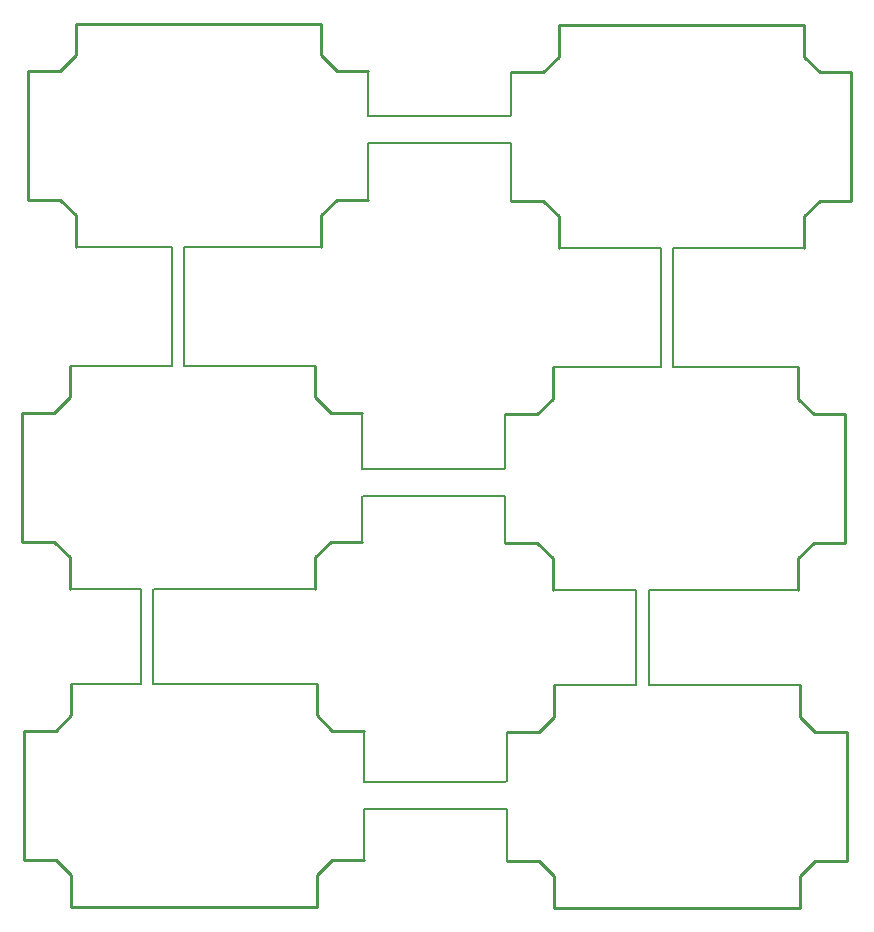
<source format=gko>
G04 Layer_Color=16711935*
%FSTAX24Y24*%
%MOIN*%
G70*
G01*
G75*
%ADD17C,0.0100*%
%ADD40C,0.0079*%
D17*
X022346Y045966D02*
X023409D01*
X02392Y046478D01*
Y047541D01*
X032109Y046478D02*
Y047541D01*
Y046478D02*
X032621Y045966D01*
X033684D01*
X032621Y041675D02*
X033684D01*
X032109Y041163D02*
X032621Y041675D01*
X022346D02*
X023409D01*
X032109Y0401D02*
Y041163D01*
X023409Y041675D02*
X02392Y041163D01*
Y0401D02*
Y041163D01*
X022346Y041675D02*
Y045966D01*
X038446Y045916D02*
X039509D01*
X04002Y046428D01*
Y047491D01*
X048209Y046428D02*
Y047491D01*
Y046428D02*
X048721Y045916D01*
X049784D01*
Y041625D02*
Y045916D01*
X048721Y041625D02*
X049784D01*
X048209Y041113D02*
X048721Y041625D01*
X038446D02*
X039509D01*
X048209Y04005D02*
Y041113D01*
X039509Y041625D02*
X04002Y041113D01*
Y04005D02*
Y041113D01*
X022396Y035366D02*
X023459D01*
X02397Y035878D01*
Y036941D01*
X032159Y035878D02*
Y036941D01*
Y035878D02*
X032671Y035366D01*
X033734D01*
X032671Y031075D02*
X033734D01*
X032159Y030563D02*
X032671Y031075D01*
X022396D02*
X023459D01*
X032159Y0295D02*
Y030563D01*
X023459Y031075D02*
X02397Y030563D01*
Y0295D02*
Y030563D01*
Y0295D02*
X032159D01*
X022396Y031075D02*
Y035366D01*
X038496Y035316D02*
X039559D01*
X04007Y035828D01*
Y036891D01*
X048259Y035828D02*
Y036891D01*
Y035828D02*
X048771Y035316D01*
X049834D01*
Y031025D02*
Y035316D01*
X048771Y031025D02*
X049834D01*
X048259Y030513D02*
X048771Y031025D01*
X038496D02*
X039559D01*
X048259Y02945D02*
Y030513D01*
X039559Y031025D02*
X04007Y030513D01*
Y02945D02*
Y030513D01*
Y02945D02*
X048259D01*
X04022Y05145D02*
Y052513D01*
X039709Y053025D02*
X04022Y052513D01*
X048409Y05145D02*
Y052513D01*
X038646Y053025D02*
X039709D01*
X048409Y052513D02*
X048921Y053025D01*
X049984D01*
Y057316D01*
X048921D02*
X049984D01*
X048409Y057828D02*
X048921Y057316D01*
X048409Y057828D02*
Y058891D01*
X04022D02*
X048409D01*
X04022Y057828D02*
Y058891D01*
X039709Y057316D02*
X04022Y057828D01*
X038646Y057316D02*
X039709D01*
X022546Y053075D02*
Y057366D01*
X02412Y0515D02*
Y052563D01*
X023609Y053075D02*
X02412Y052563D01*
X032309Y0515D02*
Y052563D01*
X022546Y053075D02*
X023609D01*
X032309Y052563D02*
X032821Y053075D01*
X033884D01*
X032821Y057366D02*
X033884D01*
X032309Y057878D02*
X032821Y057366D01*
X032309Y057878D02*
Y058941D01*
X02412D02*
X032309D01*
X02412Y057878D02*
Y058941D01*
X023609Y057366D02*
X02412Y057878D01*
X022546Y057366D02*
X023609D01*
D40*
X03845Y043109D02*
Y0432D01*
X038446Y043104D02*
X03845Y043109D01*
X038446Y041625D02*
Y043104D01*
X038404Y0441D02*
X038446Y044141D01*
Y045916D01*
X033684Y044104D02*
Y045966D01*
Y041675D02*
Y043196D01*
X0267Y036941D02*
X032159D01*
X02397D02*
X0263D01*
X0267Y04005D02*
X02675Y0401D01*
X032109D01*
X02392D02*
X0263D01*
X02775Y047541D02*
X032109D01*
X02392D02*
X02735D01*
X0386Y05585D02*
X038646Y055896D01*
X03845Y03365D02*
X038496Y033696D01*
Y031025D02*
Y03275D01*
Y033696D02*
Y035316D01*
X04325Y036891D02*
X048259D01*
X04007D02*
X0428D01*
X04325Y04005D02*
X048209D01*
X04002D02*
X0428D01*
X04002Y047491D02*
X04365D01*
X04405D02*
X048209D01*
X04405Y05145D02*
X048409D01*
X04022D02*
X04365D01*
X038646Y055896D02*
Y057316D01*
Y053025D02*
Y05495D01*
X033884Y05585D02*
Y057366D01*
Y053075D02*
Y05495D01*
X02775Y0515D02*
X032309D01*
X02412D02*
X02735D01*
X033734Y031075D02*
Y03275D01*
Y03365D02*
Y035366D01*
X04405Y047491D02*
Y05145D01*
X04365Y047491D02*
Y05145D01*
X02735Y047541D02*
Y0515D01*
X02775Y047541D02*
Y0515D01*
X033884Y05585D02*
X0386D01*
X033884Y05495D02*
X038646D01*
X033689Y0441D02*
X038404D01*
X033689Y0432D02*
X03845D01*
X033734Y03275D02*
X038496D01*
X033734Y03365D02*
X03845D01*
X04325Y036891D02*
Y04005D01*
X0428Y036891D02*
Y04005D01*
X0267Y036941D02*
Y04005D01*
X02675Y0401D01*
X0263Y036941D02*
Y0401D01*
M02*

</source>
